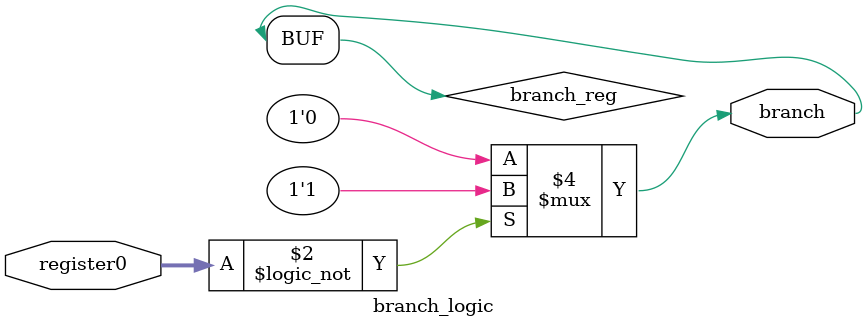
<source format=v>
module branch_logic (input [7:0] register0, output branch);

reg branch_reg;

always @(*)
begin
	if (register0 == 8'b0000) begin
		branch_reg <= 1'b1;
	end else begin
		branch_reg <= 1'b0;
	end

end

assign branch = branch_reg;

endmodule

</source>
